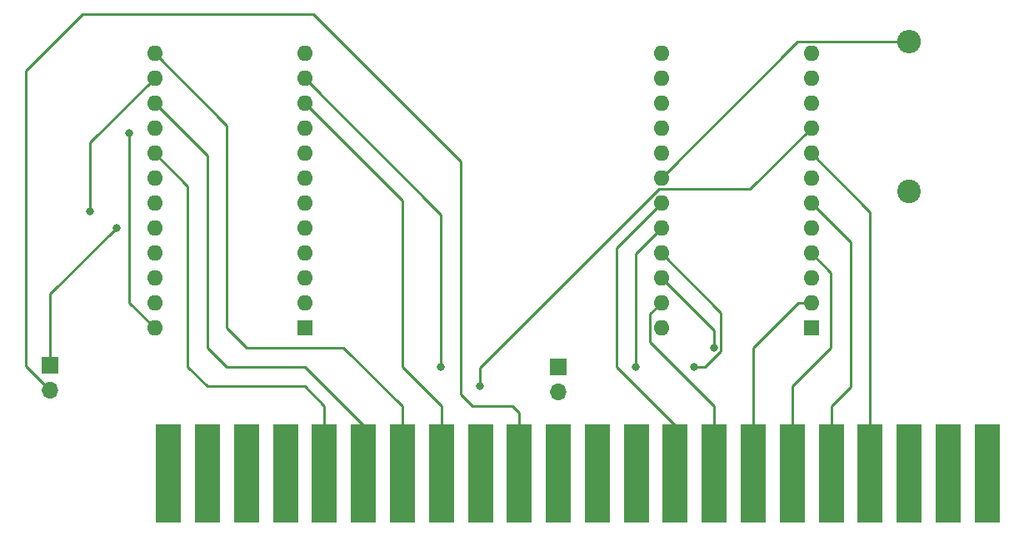
<source format=gbr>
%TF.GenerationSoftware,KiCad,Pcbnew,(5.1.12)-1*%
%TF.CreationDate,2022-10-05T19:48:58+01:00*%
%TF.ProjectId,Apple-1 ROM_RAM,4170706c-652d-4312-9052-4f4d5f52414d,rev?*%
%TF.SameCoordinates,Original*%
%TF.FileFunction,Copper,L2,Bot*%
%TF.FilePolarity,Positive*%
%FSLAX46Y46*%
G04 Gerber Fmt 4.6, Leading zero omitted, Abs format (unit mm)*
G04 Created by KiCad (PCBNEW (5.1.12)-1) date 2022-10-05 19:48:58*
%MOMM*%
%LPD*%
G01*
G04 APERTURE LIST*
%TA.AperFunction,ComponentPad*%
%ADD10R,1.700000X1.700000*%
%TD*%
%TA.AperFunction,ComponentPad*%
%ADD11O,1.700000X1.700000*%
%TD*%
%TA.AperFunction,ComponentPad*%
%ADD12R,1.600000X1.600000*%
%TD*%
%TA.AperFunction,ComponentPad*%
%ADD13O,1.600000X1.600000*%
%TD*%
%TA.AperFunction,ComponentPad*%
%ADD14C,2.400000*%
%TD*%
%TA.AperFunction,ComponentPad*%
%ADD15O,2.400000X2.400000*%
%TD*%
%TA.AperFunction,ConnectorPad*%
%ADD16R,2.540000X10.000000*%
%TD*%
%TA.AperFunction,ViaPad*%
%ADD17C,0.800000*%
%TD*%
%TA.AperFunction,Conductor*%
%ADD18C,0.250000*%
%TD*%
G04 APERTURE END LIST*
D10*
%TO.P,T1,1*%
%TO.N,Net-(T1-Pad1)*%
X117526200Y-132607460D03*
D11*
%TO.P,T1,2*%
%TO.N,/T*%
X117526200Y-135147460D03*
%TD*%
D12*
%TO.P,U1,1*%
%TO.N,Net-(J1-Pad16)*%
X194866200Y-128807460D03*
D13*
%TO.P,U1,13*%
%TO.N,Net-(J1-PadH)*%
X179626200Y-100867460D03*
%TO.P,U1,2*%
%TO.N,Net-(J1-PadT)*%
X194866200Y-126267460D03*
%TO.P,U1,14*%
%TO.N,Net-(J1-Pad7)*%
X179626200Y-103407460D03*
%TO.P,U1,3*%
%TO.N,Net-(J1-Pad17)*%
X194866200Y-123727460D03*
%TO.P,U1,15*%
%TO.N,Net-(J1-PadF)*%
X179626200Y-105947460D03*
%TO.P,U1,4*%
%TO.N,Net-(J1-PadU)*%
X194866200Y-121187460D03*
%TO.P,U1,16*%
%TO.N,Net-(J1-Pad6)*%
X179626200Y-108487460D03*
%TO.P,U1,5*%
%TO.N,Net-(J1-Pad18)*%
X194866200Y-118647460D03*
%TO.P,U1,17*%
%TO.N,Net-(J1-PadE)*%
X179626200Y-111027460D03*
%TO.P,U1,6*%
%TO.N,Net-(J1-PadV)*%
X194866200Y-116107460D03*
%TO.P,U1,18*%
%TO.N,Net-(R1-Pad2)*%
X179626200Y-113567460D03*
%TO.P,U1,7*%
%TO.N,Net-(J1-Pad19)*%
X194866200Y-113567460D03*
%TO.P,U1,19*%
%TO.N,Net-(J1-PadR)*%
X179626200Y-116107460D03*
%TO.P,U1,8*%
%TO.N,Net-(J1-PadW)*%
X194866200Y-111027460D03*
%TO.P,U1,20*%
%TO.N,Net-(S1-Pad1)*%
X179626200Y-118647460D03*
%TO.P,U1,9*%
%TO.N,Net-(J1-Pad9)*%
X194866200Y-108487460D03*
%TO.P,U1,21*%
%TO.N,Net-(J1-Pad14)*%
X179626200Y-121187460D03*
%TO.P,U1,10*%
%TO.N,Net-(J1-PadJ)*%
X194866200Y-105947460D03*
%TO.P,U1,22*%
%TO.N,Net-(J1-Pad15)*%
X179626200Y-123727460D03*
%TO.P,U1,11*%
%TO.N,Net-(J1-Pad8)*%
X194866200Y-103407460D03*
%TO.P,U1,23*%
%TO.N,Net-(J1-PadS)*%
X179626200Y-126267460D03*
%TO.P,U1,12*%
%TO.N,Net-(J1-Pad20)*%
X194866200Y-100867460D03*
%TO.P,U1,24*%
%TO.N,Net-(J1-Pad22)*%
X179626200Y-128807460D03*
%TD*%
D10*
%TO.P,S1,1*%
%TO.N,Net-(S1-Pad1)*%
X169126200Y-132767460D03*
D11*
%TO.P,S1,2*%
%TO.N,/S*%
X169126200Y-135307460D03*
%TD*%
D14*
%TO.P,R1,1*%
%TO.N,Net-(J1-Pad20)*%
X204766200Y-114947460D03*
D15*
%TO.P,R1,2*%
%TO.N,Net-(R1-Pad2)*%
X204766200Y-99707460D03*
%TD*%
D12*
%TO.P,U2,1*%
%TO.N,Net-(J1-Pad16)*%
X143386200Y-128807460D03*
D13*
%TO.P,U2,13*%
%TO.N,Net-(J1-PadH)*%
X128146200Y-100867460D03*
%TO.P,U2,2*%
%TO.N,Net-(J1-PadT)*%
X143386200Y-126267460D03*
%TO.P,U2,14*%
%TO.N,Net-(J1-Pad7)*%
X128146200Y-103407460D03*
%TO.P,U2,3*%
%TO.N,Net-(J1-Pad17)*%
X143386200Y-123727460D03*
%TO.P,U2,15*%
%TO.N,Net-(J1-PadF)*%
X128146200Y-105947460D03*
%TO.P,U2,4*%
%TO.N,Net-(J1-PadU)*%
X143386200Y-121187460D03*
%TO.P,U2,16*%
%TO.N,Net-(J1-Pad6)*%
X128146200Y-108487460D03*
%TO.P,U2,5*%
%TO.N,Net-(J1-Pad18)*%
X143386200Y-118647460D03*
%TO.P,U2,17*%
%TO.N,Net-(J1-PadE)*%
X128146200Y-111027460D03*
%TO.P,U2,6*%
%TO.N,Net-(J1-PadV)*%
X143386200Y-116107460D03*
%TO.P,U2,18*%
%TO.N,Net-(R1-Pad2)*%
X128146200Y-113567460D03*
%TO.P,U2,7*%
%TO.N,Net-(J1-Pad19)*%
X143386200Y-113567460D03*
%TO.P,U2,19*%
%TO.N,Net-(J1-PadR)*%
X128146200Y-116107460D03*
%TO.P,U2,8*%
%TO.N,Net-(J1-PadW)*%
X143386200Y-111027460D03*
%TO.P,U2,20*%
%TO.N,Net-(T1-Pad1)*%
X128146200Y-118647460D03*
%TO.P,U2,9*%
%TO.N,Net-(J1-Pad9)*%
X143386200Y-108487460D03*
%TO.P,U2,21*%
%TO.N,Net-(J1-Pad14)*%
X128146200Y-121187460D03*
%TO.P,U2,10*%
%TO.N,Net-(J1-PadJ)*%
X143386200Y-105947460D03*
%TO.P,U2,22*%
%TO.N,Net-(J1-Pad15)*%
X128146200Y-123727460D03*
%TO.P,U2,11*%
%TO.N,Net-(J1-Pad8)*%
X143386200Y-103407460D03*
%TO.P,U2,23*%
%TO.N,Net-(J1-PadS)*%
X128146200Y-126267460D03*
%TO.P,U2,12*%
%TO.N,Net-(J1-Pad20)*%
X143386200Y-100867460D03*
%TO.P,U2,24*%
%TO.N,Net-(J1-Pad22)*%
X128146200Y-128807460D03*
%TD*%
D16*
%TO.P,J1,A*%
%TO.N,Net-(J1-PadA)*%
X129560000Y-143580000D03*
%TO.P,J1,B*%
%TO.N,Net-(J1-PadB)*%
X133520000Y-143580000D03*
%TO.P,J1,C*%
%TO.N,Net-(J1-PadC)*%
X137480000Y-143580000D03*
%TO.P,J1,D*%
%TO.N,Net-(J1-PadD)*%
X141440000Y-143580000D03*
%TO.P,J1,E*%
%TO.N,Net-(J1-PadE)*%
X145400000Y-143580000D03*
%TO.P,J1,F*%
%TO.N,Net-(J1-PadF)*%
X149360000Y-143580000D03*
%TO.P,J1,H*%
%TO.N,Net-(J1-PadH)*%
X153320000Y-143580000D03*
%TO.P,J1,J*%
%TO.N,Net-(J1-PadJ)*%
X157280000Y-143580000D03*
%TO.P,J1,K*%
%TO.N,Net-(J1-PadK)*%
X161240000Y-143580000D03*
%TO.P,J1,L*%
%TO.N,/T*%
X165200000Y-143580000D03*
%TO.P,J1,M*%
%TO.N,Net-(J1-PadM)*%
X169160000Y-143580000D03*
%TO.P,J1,N*%
%TO.N,Net-(J1-PadN)*%
X173120000Y-143580000D03*
%TO.P,J1,P*%
%TO.N,Net-(J1-PadP)*%
X177080000Y-143580000D03*
%TO.P,J1,R*%
%TO.N,Net-(J1-PadR)*%
X181040000Y-143580000D03*
%TO.P,J1,S*%
%TO.N,Net-(J1-PadS)*%
X185000000Y-143580000D03*
%TO.P,J1,T*%
%TO.N,Net-(J1-PadT)*%
X188960000Y-143580000D03*
%TO.P,J1,U*%
%TO.N,Net-(J1-PadU)*%
X192920000Y-143580000D03*
%TO.P,J1,V*%
%TO.N,Net-(J1-PadV)*%
X196880000Y-143580000D03*
%TO.P,J1,W*%
%TO.N,Net-(J1-PadW)*%
X200840000Y-143580000D03*
%TO.P,J1,X*%
%TO.N,Net-(J1-PadX)*%
X204800000Y-143580000D03*
%TO.P,J1,Y*%
%TO.N,Net-(J1-PadY)*%
X208760000Y-143580000D03*
%TO.P,J1,Z*%
%TO.N,Net-(J1-PadZ)*%
X212720000Y-143580000D03*
%TD*%
D17*
%TO.N,Net-(J1-Pad22)*%
X125566200Y-109007460D03*
%TO.N,Net-(J1-Pad15)*%
X184966200Y-130787460D03*
%TO.N,Net-(J1-Pad14)*%
X182986200Y-132767460D03*
%TO.N,Net-(J1-Pad9)*%
X161206200Y-134747460D03*
%TO.N,Net-(J1-Pad8)*%
X157246200Y-132767460D03*
%TO.N,Net-(J1-Pad7)*%
X121606200Y-116927460D03*
%TO.N,Net-(S1-Pad1)*%
X177046200Y-132767460D03*
%TO.N,Net-(T1-Pad1)*%
X124276200Y-118607460D03*
%TD*%
D18*
%TO.N,Net-(J1-Pad22)*%
X125566200Y-126227460D02*
X128146200Y-128807460D01*
X125566200Y-109007460D02*
X125566200Y-126227460D01*
%TO.N,Net-(J1-Pad15)*%
X184966200Y-129067460D02*
X179626200Y-123727460D01*
X184966200Y-130787460D02*
X184966200Y-129067460D01*
%TO.N,Net-(J1-Pad14)*%
X185691201Y-127252461D02*
X179626200Y-121187460D01*
X184059202Y-132767460D02*
X185691201Y-131135461D01*
X185691201Y-131135461D02*
X185691201Y-127252461D01*
X182986200Y-132767460D02*
X184059202Y-132767460D01*
%TO.N,Net-(J1-Pad9)*%
X188661199Y-114692461D02*
X194866200Y-108487460D01*
X179376197Y-114692461D02*
X188661199Y-114692461D01*
X161206200Y-132862458D02*
X179376197Y-114692461D01*
X161206200Y-134747460D02*
X161206200Y-132862458D01*
%TO.N,Net-(J1-Pad8)*%
X157246200Y-117267460D02*
X143386200Y-103407460D01*
X157246200Y-132767460D02*
X157246200Y-117267460D01*
%TO.N,Net-(J1-Pad7)*%
X121606200Y-109947460D02*
X128146200Y-103407460D01*
X121606200Y-116927460D02*
X121606200Y-109947460D01*
%TO.N,Net-(J1-PadW)*%
X200840000Y-117001260D02*
X194866200Y-111027460D01*
X200840000Y-141040000D02*
X200840000Y-117001260D01*
%TO.N,Net-(J1-PadV)*%
X196880000Y-141040000D02*
X196880000Y-136761260D01*
X196880000Y-136761260D02*
X198826200Y-134815060D01*
X198826200Y-120067460D02*
X194866200Y-116107460D01*
X198826200Y-134815060D02*
X198826200Y-120067460D01*
%TO.N,Net-(J1-PadU)*%
X192920000Y-141040000D02*
X192920000Y-134713660D01*
X192920000Y-134713660D02*
X196846200Y-130787460D01*
X196846200Y-123167460D02*
X194866200Y-121187460D01*
X196846200Y-130787460D02*
X196846200Y-123167460D01*
%TO.N,Net-(J1-PadT)*%
X188960000Y-141040000D02*
X188960000Y-130821260D01*
X193513800Y-126267460D02*
X194866200Y-126267460D01*
X188960000Y-130821260D02*
X193513800Y-126267460D01*
%TO.N,Net-(J1-PadS)*%
X185000000Y-141040000D02*
X185000000Y-136761260D01*
X178501199Y-127392461D02*
X179626200Y-126267460D01*
X178501199Y-130262459D02*
X178501199Y-127392461D01*
X185000000Y-136761260D02*
X178501199Y-130262459D01*
%TO.N,Net-(J1-PadR)*%
X175066200Y-120667460D02*
X179626200Y-116107460D01*
X175066200Y-132767460D02*
X175066200Y-120667460D01*
X181040000Y-138741260D02*
X175066200Y-132767460D01*
X181040000Y-141040000D02*
X181040000Y-138741260D01*
%TO.N,Net-(J1-PadJ)*%
X157280000Y-141040000D02*
X157280000Y-136761260D01*
X157280000Y-136761260D02*
X153286200Y-132767460D01*
X153286200Y-115847460D02*
X143386200Y-105947460D01*
X153286200Y-132767460D02*
X153286200Y-115847460D01*
%TO.N,Net-(J1-PadH)*%
X135466200Y-128807460D02*
X135466200Y-108187460D01*
X137446200Y-130787460D02*
X135466200Y-128807460D01*
X147346200Y-130787460D02*
X137446200Y-130787460D01*
X153320000Y-136761260D02*
X147346200Y-130787460D01*
X135466200Y-108187460D02*
X128146200Y-100867460D01*
X153320000Y-141040000D02*
X153320000Y-136761260D01*
%TO.N,Net-(J1-PadF)*%
X149360000Y-141040000D02*
X149360000Y-138741260D01*
X149360000Y-138741260D02*
X143386200Y-132767460D01*
X143386200Y-132767460D02*
X135466200Y-132767460D01*
X135466200Y-132767460D02*
X133486200Y-130787460D01*
X133486200Y-111287460D02*
X128146200Y-105947460D01*
X133486200Y-130787460D02*
X133486200Y-111287460D01*
%TO.N,Net-(J1-PadE)*%
X131506200Y-114387460D02*
X128146200Y-111027460D01*
X131506200Y-132767460D02*
X131506200Y-114387460D01*
X133486200Y-134747460D02*
X131506200Y-132767460D01*
X143386200Y-134747460D02*
X133486200Y-134747460D01*
X145400000Y-136761260D02*
X143386200Y-134747460D01*
X145400000Y-141040000D02*
X145400000Y-136761260D01*
%TO.N,Net-(R1-Pad2)*%
X193486200Y-99707460D02*
X179626200Y-113567460D01*
X204766200Y-99707460D02*
X193486200Y-99707460D01*
%TO.N,/T*%
X165200000Y-141040000D02*
X165200000Y-137433660D01*
X165200000Y-137433660D02*
X164526200Y-136759860D01*
X164526200Y-136759860D02*
X160428600Y-136759860D01*
X160428600Y-136759860D02*
X159276200Y-135607460D01*
X159276200Y-135607460D02*
X159276200Y-111857460D01*
X159276200Y-111857460D02*
X144276200Y-96857460D01*
X144276200Y-96857460D02*
X120776200Y-96857460D01*
X120776200Y-96857460D02*
X115026200Y-102607460D01*
X115026200Y-132647460D02*
X117526200Y-135147460D01*
X115026200Y-102607460D02*
X115026200Y-132647460D01*
%TO.N,Net-(S1-Pad1)*%
X179626200Y-118647460D02*
X177046200Y-121227460D01*
X177046200Y-124847460D02*
X177046200Y-132767460D01*
X177046200Y-121227460D02*
X177046200Y-124847460D01*
%TO.N,Net-(T1-Pad1)*%
X117526200Y-125357460D02*
X124276200Y-118607460D01*
X117526200Y-132607460D02*
X117526200Y-125357460D01*
%TD*%
M02*

</source>
